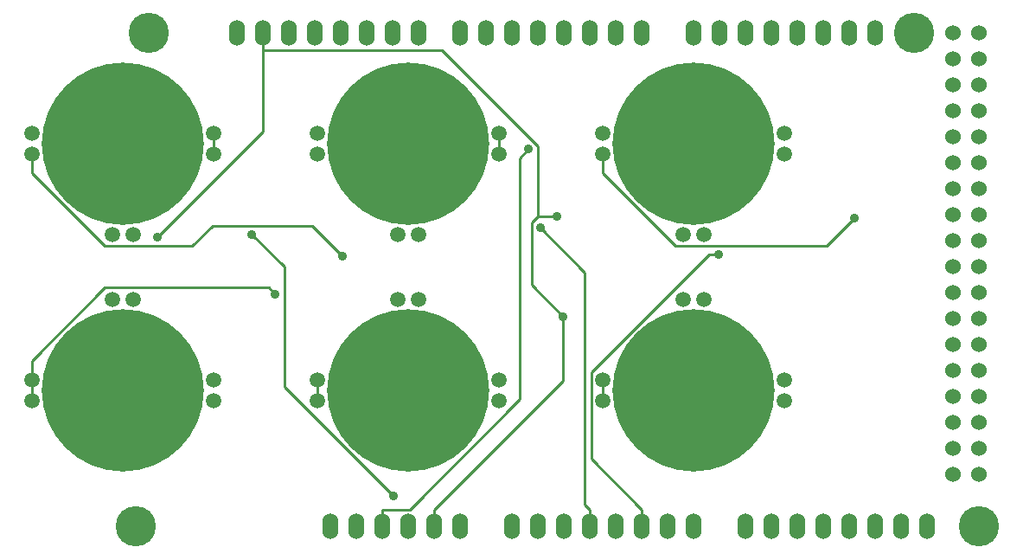
<source format=gbl>
G04 #@! TF.GenerationSoftware,KiCad,Pcbnew,(5.0.0)*
G04 #@! TF.CreationDate,2019-04-25T23:48:33-07:00*
G04 #@! TF.ProjectId,Arduino_Mega_6x,41726475696E6F5F4D6567615F36782E,rev?*
G04 #@! TF.SameCoordinates,Original*
G04 #@! TF.FileFunction,Copper,L2,Bot,Signal*
G04 #@! TF.FilePolarity,Positive*
%FSLAX46Y46*%
G04 Gerber Fmt 4.6, Leading zero omitted, Abs format (unit mm)*
G04 Created by KiCad (PCBNEW (5.0.0)) date 04/25/19 23:48:33*
%MOMM*%
%LPD*%
G01*
G04 APERTURE LIST*
G04 #@! TA.AperFunction,ComponentPad*
%ADD10O,1.524000X2.540000*%
G04 #@! TD*
G04 #@! TA.AperFunction,ComponentPad*
%ADD11C,3.937000*%
G04 #@! TD*
G04 #@! TA.AperFunction,ComponentPad*
%ADD12C,1.524000*%
G04 #@! TD*
G04 #@! TA.AperFunction,ComponentPad*
%ADD13C,15.875000*%
G04 #@! TD*
G04 #@! TA.AperFunction,ComponentPad*
%ADD14C,1.500000*%
G04 #@! TD*
G04 #@! TA.AperFunction,ViaPad*
%ADD15C,0.889000*%
G04 #@! TD*
G04 #@! TA.AperFunction,Conductor*
%ADD16C,0.254000*%
G04 #@! TD*
G04 APERTURE END LIST*
D10*
G04 #@! TO.P,SHIELD1,14*
G04 #@! TO.N,Net-(SHIELD1-Pad14)*
X265430000Y-36830000D03*
G04 #@! TO.P,SHIELD1,15*
G04 #@! TO.N,Net-(SHIELD1-Pad15)*
X267970000Y-36830000D03*
G04 #@! TO.P,SHIELD1,16*
G04 #@! TO.N,Net-(SHIELD1-Pad16)*
X270510000Y-36830000D03*
G04 #@! TO.P,SHIELD1,17*
G04 #@! TO.N,Net-(SHIELD1-Pad17)*
X273050000Y-36830000D03*
G04 #@! TO.P,SHIELD1,18*
G04 #@! TO.N,Net-(SHIELD1-Pad18)*
X275590000Y-36830000D03*
G04 #@! TO.P,SHIELD1,19*
G04 #@! TO.N,Net-(SHIELD1-Pad19)*
X278130000Y-36830000D03*
G04 #@! TO.P,SHIELD1,20*
G04 #@! TO.N,Net-(R26-Pad1)*
X280670000Y-36830000D03*
G04 #@! TO.P,SHIELD1,21*
G04 #@! TO.N,Net-(R25-Pad2)*
X283210000Y-36830000D03*
G04 #@! TO.P,SHIELD1,AD15*
G04 #@! TO.N,Net-(SHIELD1-PadAD15)*
X288290000Y-85090000D03*
G04 #@! TO.P,SHIELD1,AD14*
G04 #@! TO.N,Net-(SHIELD1-PadAD14)*
X285750000Y-85090000D03*
G04 #@! TO.P,SHIELD1,AD13*
G04 #@! TO.N,Net-(SHIELD1-PadAD13)*
X283210000Y-85090000D03*
G04 #@! TO.P,SHIELD1,AD12*
G04 #@! TO.N,Net-(SHIELD1-PadAD12)*
X280670000Y-85090000D03*
G04 #@! TO.P,SHIELD1,AD8*
G04 #@! TO.N,Net-(SHIELD1-PadAD8)*
X270510000Y-85090000D03*
G04 #@! TO.P,SHIELD1,AD7*
G04 #@! TO.N,Net-(SHIELD1-PadAD7)*
X265430000Y-85090000D03*
G04 #@! TO.P,SHIELD1,AD6*
G04 #@! TO.N,Net-(R24-Pad2)*
X262890000Y-85090000D03*
G04 #@! TO.P,SHIELD1,AD9*
G04 #@! TO.N,Net-(SHIELD1-PadAD9)*
X273050000Y-85090000D03*
G04 #@! TO.P,SHIELD1,AD10*
G04 #@! TO.N,Net-(SHIELD1-PadAD10)*
X275590000Y-85090000D03*
G04 #@! TO.P,SHIELD1,AD11*
G04 #@! TO.N,Net-(SHIELD1-PadAD11)*
X278130000Y-85090000D03*
G04 #@! TO.P,SHIELD1,AD5*
G04 #@! TO.N,Net-(R17-Pad2)*
X260350000Y-85090000D03*
G04 #@! TO.P,SHIELD1,AD4*
G04 #@! TO.N,Net-(R16-Pad2)*
X257810000Y-85090000D03*
G04 #@! TO.P,SHIELD1,AD3*
G04 #@! TO.N,Net-(R9-Pad2)*
X255270000Y-85090000D03*
G04 #@! TO.P,SHIELD1,AD0*
G04 #@! TO.N,Net-(SHIELD1-PadAD0)*
X247650000Y-85090000D03*
G04 #@! TO.P,SHIELD1,AD1*
G04 #@! TO.N,Net-(R1-Pad2)*
X250190000Y-85090000D03*
G04 #@! TO.P,SHIELD1,AD2*
G04 #@! TO.N,Net-(R8-Pad2)*
X252730000Y-85090000D03*
G04 #@! TO.P,SHIELD1,V_IN*
G04 #@! TO.N,Net-(SHIELD1-PadV_IN)*
X242570000Y-85090000D03*
G04 #@! TO.P,SHIELD1,GND2*
G04 #@! TO.N,GND*
X240030000Y-85090000D03*
G04 #@! TO.P,SHIELD1,GND1*
X237490000Y-85090000D03*
G04 #@! TO.P,SHIELD1,3V3*
G04 #@! TO.N,+3.3V*
X232410000Y-85090000D03*
G04 #@! TO.P,SHIELD1,RST*
G04 #@! TO.N,Net-(SHIELD1-PadRST)*
X229870000Y-85090000D03*
G04 #@! TO.P,SHIELD1,0*
G04 #@! TO.N,Net-(SHIELD1-Pad0)*
X260350000Y-36830000D03*
G04 #@! TO.P,SHIELD1,1*
G04 #@! TO.N,Net-(SHIELD1-Pad1)*
X257810000Y-36830000D03*
G04 #@! TO.P,SHIELD1,2*
G04 #@! TO.N,Net-(SHIELD1-Pad2)*
X255270000Y-36830000D03*
G04 #@! TO.P,SHIELD1,3*
G04 #@! TO.N,Net-(SHIELD1-Pad3)*
X252730000Y-36830000D03*
G04 #@! TO.P,SHIELD1,4*
G04 #@! TO.N,Net-(SHIELD1-Pad4)*
X250190000Y-36830000D03*
G04 #@! TO.P,SHIELD1,5*
G04 #@! TO.N,Net-(SHIELD1-Pad5)*
X247650000Y-36830000D03*
G04 #@! TO.P,SHIELD1,6*
G04 #@! TO.N,Net-(SHIELD1-Pad6)*
X245110000Y-36830000D03*
G04 #@! TO.P,SHIELD1,7*
G04 #@! TO.N,Net-(SHIELD1-Pad7)*
X242570000Y-36830000D03*
G04 #@! TO.P,SHIELD1,8*
G04 #@! TO.N,Net-(SHIELD1-Pad8)*
X238506000Y-36830000D03*
G04 #@! TO.P,SHIELD1,9*
G04 #@! TO.N,Net-(SHIELD1-Pad9)*
X235966000Y-36830000D03*
G04 #@! TO.P,SHIELD1,10*
G04 #@! TO.N,Net-(SHIELD1-Pad10)*
X233426000Y-36830000D03*
G04 #@! TO.P,SHIELD1,11*
G04 #@! TO.N,Net-(SHIELD1-Pad11)*
X230886000Y-36830000D03*
G04 #@! TO.P,SHIELD1,12*
G04 #@! TO.N,Net-(SHIELD1-Pad12)*
X228346000Y-36830000D03*
G04 #@! TO.P,SHIELD1,13*
G04 #@! TO.N,Net-(SHIELD1-Pad13)*
X225806000Y-36830000D03*
G04 #@! TO.P,SHIELD1,GND3*
G04 #@! TO.N,GND*
X223266000Y-36830000D03*
G04 #@! TO.P,SHIELD1,AREF*
G04 #@! TO.N,Net-(SHIELD1-PadAREF)*
X220726000Y-36830000D03*
G04 #@! TO.P,SHIELD1,5V*
G04 #@! TO.N,+5V*
X234950000Y-85090000D03*
D11*
G04 #@! TO.P,SHIELD1,*
G04 #@! TO.N,*
X293370000Y-85090000D03*
X287020000Y-36830000D03*
X212090000Y-36830000D03*
X210820000Y-85090000D03*
D12*
G04 #@! TO.P,SHIELD1,22*
G04 #@! TO.N,Net-(SHIELD1-Pad22)*
X290830000Y-39370000D03*
G04 #@! TO.P,SHIELD1,23*
G04 #@! TO.N,Net-(SHIELD1-Pad23)*
X293370000Y-39370000D03*
G04 #@! TO.P,SHIELD1,24*
G04 #@! TO.N,Net-(SHIELD1-Pad24)*
X290830000Y-41910000D03*
G04 #@! TO.P,SHIELD1,25*
G04 #@! TO.N,Net-(SHIELD1-Pad25)*
X293370000Y-41910000D03*
G04 #@! TO.P,SHIELD1,26*
G04 #@! TO.N,Net-(SHIELD1-Pad26)*
X290830000Y-44450000D03*
G04 #@! TO.P,SHIELD1,27*
G04 #@! TO.N,Net-(SHIELD1-Pad27)*
X293370000Y-44450000D03*
G04 #@! TO.P,SHIELD1,28*
G04 #@! TO.N,Net-(SHIELD1-Pad28)*
X290830000Y-46990000D03*
G04 #@! TO.P,SHIELD1,29*
G04 #@! TO.N,Net-(SHIELD1-Pad29)*
X293370000Y-46990000D03*
G04 #@! TO.P,SHIELD1,5V_4*
G04 #@! TO.N,Net-(SHIELD1-Pad5V_4)*
X290830000Y-36830000D03*
G04 #@! TO.P,SHIELD1,5V_5*
G04 #@! TO.N,Net-(SHIELD1-Pad5V_5)*
X293370000Y-36830000D03*
G04 #@! TO.P,SHIELD1,31*
G04 #@! TO.N,Net-(SHIELD1-Pad31)*
X293370000Y-49530000D03*
G04 #@! TO.P,SHIELD1,30*
G04 #@! TO.N,Net-(SHIELD1-Pad30)*
X290830000Y-49530000D03*
G04 #@! TO.P,SHIELD1,32*
G04 #@! TO.N,Net-(SHIELD1-Pad32)*
X290830000Y-52070000D03*
G04 #@! TO.P,SHIELD1,33*
G04 #@! TO.N,Net-(SHIELD1-Pad33)*
X293370000Y-52070000D03*
G04 #@! TO.P,SHIELD1,34*
G04 #@! TO.N,Net-(SHIELD1-Pad34)*
X290830000Y-54610000D03*
G04 #@! TO.P,SHIELD1,35*
G04 #@! TO.N,Net-(SHIELD1-Pad35)*
X293370000Y-54610000D03*
G04 #@! TO.P,SHIELD1,36*
G04 #@! TO.N,Net-(SHIELD1-Pad36)*
X290830000Y-57150000D03*
G04 #@! TO.P,SHIELD1,37*
G04 #@! TO.N,Net-(SHIELD1-Pad37)*
X293370000Y-57150000D03*
G04 #@! TO.P,SHIELD1,38*
G04 #@! TO.N,Net-(SHIELD1-Pad38)*
X290830000Y-59690000D03*
G04 #@! TO.P,SHIELD1,39*
G04 #@! TO.N,Net-(SHIELD1-Pad39)*
X293370000Y-59690000D03*
G04 #@! TO.P,SHIELD1,40*
G04 #@! TO.N,Net-(SHIELD1-Pad40)*
X290830000Y-62230000D03*
G04 #@! TO.P,SHIELD1,41*
G04 #@! TO.N,Net-(SHIELD1-Pad41)*
X293370000Y-62230000D03*
G04 #@! TO.P,SHIELD1,42*
G04 #@! TO.N,Net-(SHIELD1-Pad42)*
X290830000Y-64770000D03*
G04 #@! TO.P,SHIELD1,43*
G04 #@! TO.N,Net-(SHIELD1-Pad43)*
X293370000Y-64770000D03*
G04 #@! TO.P,SHIELD1,44*
G04 #@! TO.N,Net-(SHIELD1-Pad44)*
X290830000Y-67310000D03*
G04 #@! TO.P,SHIELD1,45*
G04 #@! TO.N,Net-(SHIELD1-Pad45)*
X293370000Y-67310000D03*
G04 #@! TO.P,SHIELD1,46*
G04 #@! TO.N,Net-(SHIELD1-Pad46)*
X290830000Y-69850000D03*
G04 #@! TO.P,SHIELD1,47*
G04 #@! TO.N,Net-(SHIELD1-Pad47)*
X293370000Y-69850000D03*
G04 #@! TO.P,SHIELD1,48*
G04 #@! TO.N,Net-(SHIELD1-Pad48)*
X290830000Y-72390000D03*
G04 #@! TO.P,SHIELD1,49*
G04 #@! TO.N,Net-(SHIELD1-Pad49)*
X293370000Y-72390000D03*
G04 #@! TO.P,SHIELD1,50*
G04 #@! TO.N,Net-(SHIELD1-Pad50)*
X290830000Y-74930000D03*
G04 #@! TO.P,SHIELD1,51*
G04 #@! TO.N,Net-(SHIELD1-Pad51)*
X293370000Y-74930000D03*
G04 #@! TO.P,SHIELD1,52*
G04 #@! TO.N,Net-(SHIELD1-Pad52)*
X290830000Y-77470000D03*
G04 #@! TO.P,SHIELD1,53*
G04 #@! TO.N,Net-(SHIELD1-Pad53)*
X293370000Y-77470000D03*
G04 #@! TO.P,SHIELD1,GND4*
G04 #@! TO.N,GND*
X290830000Y-80010000D03*
G04 #@! TO.P,SHIELD1,GND5*
X293370000Y-80010000D03*
G04 #@! TD*
D13*
G04 #@! TO.P,U1,*
G04 #@! TO.N,*
X209550000Y-47625000D03*
D14*
G04 #@! TO.P,U1,1*
G04 #@! TO.N,Net-(R1-Pad1)*
X218440000Y-48628300D03*
G04 #@! TO.P,U1,*
G04 #@! TO.N,*
X210553300Y-56515000D03*
X208546700Y-56515000D03*
G04 #@! TO.P,U1,6*
G04 #@! TO.N,Net-(R1-Pad1)*
X218440000Y-46621700D03*
G04 #@! TO.P,U1,4*
G04 #@! TO.N,Net-(C5-Pad1)*
X200660000Y-48628300D03*
G04 #@! TO.P,U1,5*
G04 #@! TO.N,Net-(C5-Pad2)*
X200660000Y-46621700D03*
G04 #@! TD*
D13*
G04 #@! TO.P,U3,*
G04 #@! TO.N,*
X265430000Y-47625000D03*
D14*
G04 #@! TO.P,U3,1*
G04 #@! TO.N,Net-(R17-Pad1)*
X274320000Y-48628300D03*
G04 #@! TO.P,U3,*
G04 #@! TO.N,*
X266433300Y-56515000D03*
X264426700Y-56515000D03*
G04 #@! TO.P,U3,6*
G04 #@! TO.N,Net-(R17-Pad1)*
X274320000Y-46621700D03*
G04 #@! TO.P,U3,4*
G04 #@! TO.N,Net-(C9-Pad1)*
X256540000Y-48628300D03*
G04 #@! TO.P,U3,5*
G04 #@! TO.N,Net-(C9-Pad2)*
X256540000Y-46621700D03*
G04 #@! TD*
D13*
G04 #@! TO.P,U2,*
G04 #@! TO.N,*
X237490000Y-47625000D03*
D14*
G04 #@! TO.P,U2,1*
G04 #@! TO.N,Net-(R9-Pad1)*
X246380000Y-48628300D03*
G04 #@! TO.P,U2,*
G04 #@! TO.N,*
X238493300Y-56515000D03*
X236486700Y-56515000D03*
G04 #@! TO.P,U2,6*
G04 #@! TO.N,Net-(R9-Pad1)*
X246380000Y-46621700D03*
G04 #@! TO.P,U2,4*
G04 #@! TO.N,Net-(C7-Pad1)*
X228600000Y-48628300D03*
G04 #@! TO.P,U2,5*
G04 #@! TO.N,Net-(C7-Pad2)*
X228600000Y-46621700D03*
G04 #@! TD*
D13*
G04 #@! TO.P,U4,*
G04 #@! TO.N,*
X209550000Y-71755000D03*
D14*
G04 #@! TO.P,U4,1*
G04 #@! TO.N,Net-(R8-Pad1)*
X200660000Y-70751700D03*
G04 #@! TO.P,U4,*
G04 #@! TO.N,*
X208546700Y-62865000D03*
X210553300Y-62865000D03*
G04 #@! TO.P,U4,6*
G04 #@! TO.N,Net-(R8-Pad1)*
X200660000Y-72758300D03*
G04 #@! TO.P,U4,4*
G04 #@! TO.N,Net-(C4-Pad2)*
X218440000Y-70751700D03*
G04 #@! TO.P,U4,5*
G04 #@! TO.N,Net-(C4-Pad1)*
X218440000Y-72758300D03*
G04 #@! TD*
D13*
G04 #@! TO.P,U5,*
G04 #@! TO.N,*
X237490000Y-71755000D03*
D14*
G04 #@! TO.P,U5,1*
G04 #@! TO.N,Net-(R16-Pad1)*
X228600000Y-70751700D03*
G04 #@! TO.P,U5,*
G04 #@! TO.N,*
X236486700Y-62865000D03*
X238493300Y-62865000D03*
G04 #@! TO.P,U5,6*
G04 #@! TO.N,Net-(R16-Pad1)*
X228600000Y-72758300D03*
G04 #@! TO.P,U5,4*
G04 #@! TO.N,Net-(C6-Pad2)*
X246380000Y-70751700D03*
G04 #@! TO.P,U5,5*
G04 #@! TO.N,Net-(C6-Pad1)*
X246380000Y-72758300D03*
G04 #@! TD*
D13*
G04 #@! TO.P,U6,*
G04 #@! TO.N,*
X265430000Y-71755000D03*
D14*
G04 #@! TO.P,U6,1*
G04 #@! TO.N,Net-(R24-Pad1)*
X256540000Y-70751700D03*
G04 #@! TO.P,U6,*
G04 #@! TO.N,*
X264426700Y-62865000D03*
X266433300Y-62865000D03*
G04 #@! TO.P,U6,6*
G04 #@! TO.N,Net-(R24-Pad1)*
X256540000Y-72758300D03*
G04 #@! TO.P,U6,4*
G04 #@! TO.N,Net-(C8-Pad2)*
X274320000Y-70751700D03*
G04 #@! TO.P,U6,5*
G04 #@! TO.N,Net-(C8-Pad1)*
X274320000Y-72758300D03*
G04 #@! TD*
D15*
G04 #@! TO.N,+5V*
X249294400Y-48177900D03*
G04 #@! TO.N,GND*
X212935600Y-56823100D03*
X252009300Y-54744700D03*
X252669400Y-64552200D03*
G04 #@! TO.N,Net-(C5-Pad1)*
X231019500Y-58612400D03*
G04 #@! TO.N,Net-(C9-Pad1)*
X281215800Y-54921000D03*
G04 #@! TO.N,Net-(R1-Pad2)*
X236036200Y-82086800D03*
X222144600Y-56494800D03*
G04 #@! TO.N,Net-(R8-Pad1)*
X224483600Y-62333900D03*
G04 #@! TO.N,Net-(R9-Pad2)*
X250402300Y-55880000D03*
G04 #@! TO.N,Net-(R17-Pad2)*
X267858100Y-58488000D03*
G04 #@! TD*
D16*
G04 #@! TO.N,+5V*
X234950000Y-85090000D02*
X234950000Y-83438700D01*
X249294400Y-48177900D02*
X248434400Y-49037900D01*
X248434400Y-49037900D02*
X248434400Y-72650000D01*
X248434400Y-72650000D02*
X237645700Y-83438700D01*
X237645700Y-83438700D02*
X234950000Y-83438700D01*
G04 #@! TO.N,GND*
X250177300Y-54744700D02*
X250177300Y-47892900D01*
X250177300Y-47892900D02*
X240765700Y-38481300D01*
X240765700Y-38481300D02*
X223266000Y-38481300D01*
X223266000Y-38481300D02*
X223266000Y-46492700D01*
X223266000Y-46492700D02*
X212935600Y-56823100D01*
X250177300Y-54744700D02*
X252009300Y-54744700D01*
X250177300Y-54744700D02*
X249576500Y-55345500D01*
X249576500Y-55345500D02*
X249576500Y-61459300D01*
X249576500Y-61459300D02*
X252669400Y-64552200D01*
X252669400Y-64552200D02*
X252669400Y-70799300D01*
X252669400Y-70799300D02*
X240030000Y-83438700D01*
X240030000Y-85090000D02*
X240030000Y-83438700D01*
X223266000Y-36830000D02*
X223266000Y-38481300D01*
G04 #@! TO.N,Net-(C5-Pad1)*
X231019500Y-58612400D02*
X228059700Y-55652600D01*
X228059700Y-55652600D02*
X218348800Y-55652600D01*
X218348800Y-55652600D02*
X216345600Y-57655800D01*
X216345600Y-57655800D02*
X207810600Y-57655800D01*
X207810600Y-57655800D02*
X200660000Y-50505200D01*
X200660000Y-50505200D02*
X200660000Y-48628300D01*
G04 #@! TO.N,Net-(C9-Pad1)*
X281215800Y-54921000D02*
X278488400Y-57648400D01*
X278488400Y-57648400D02*
X263641900Y-57648400D01*
X263641900Y-57648400D02*
X256540000Y-50546500D01*
X256540000Y-50546500D02*
X256540000Y-48628300D01*
G04 #@! TO.N,Net-(R1-Pad1)*
X218440000Y-48628300D02*
X218440000Y-46621700D01*
G04 #@! TO.N,Net-(R1-Pad2)*
X222144600Y-56494800D02*
X225345100Y-59695300D01*
X225345100Y-59695300D02*
X225345100Y-71395700D01*
X225345100Y-71395700D02*
X236036200Y-82086800D01*
G04 #@! TO.N,Net-(R8-Pad1)*
X200660000Y-70751700D02*
X200660000Y-68858400D01*
X200660000Y-68858400D02*
X207810300Y-61708100D01*
X207810300Y-61708100D02*
X223857800Y-61708100D01*
X223857800Y-61708100D02*
X224483600Y-62333900D01*
X200660000Y-72758300D02*
X200660000Y-70751700D01*
G04 #@! TO.N,Net-(R9-Pad1)*
X246380000Y-46621700D02*
X246380000Y-48628300D01*
G04 #@! TO.N,Net-(R9-Pad2)*
X255270000Y-83438700D02*
X254796400Y-82965100D01*
X254796400Y-82965100D02*
X254796400Y-60274100D01*
X254796400Y-60274100D02*
X250402300Y-55880000D01*
X255270000Y-85090000D02*
X255270000Y-83438700D01*
G04 #@! TO.N,Net-(R16-Pad1)*
X228600000Y-72758300D02*
X228600000Y-70751700D01*
G04 #@! TO.N,Net-(R17-Pad2)*
X260350000Y-83438700D02*
X255400800Y-78489500D01*
X255400800Y-78489500D02*
X255400800Y-70008900D01*
X255400800Y-70008900D02*
X266921700Y-58488000D01*
X266921700Y-58488000D02*
X267858100Y-58488000D01*
X260350000Y-85090000D02*
X260350000Y-83438700D01*
G04 #@! TO.N,Net-(R24-Pad1)*
X256540000Y-72758300D02*
X256540000Y-70751700D01*
G04 #@! TD*
M02*

</source>
